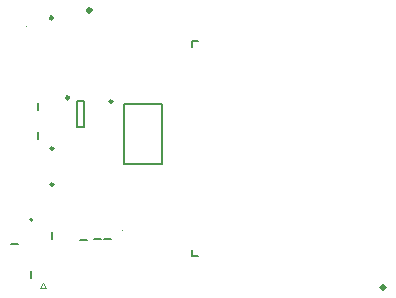
<source format=gto>
G04 Layer_Color=65535*
%FSLAX24Y24*%
%MOIN*%
G70*
G01*
G75*
%ADD54C,0.0098*%
%ADD55C,0.0039*%
%ADD56C,0.0118*%
%ADD57C,0.0079*%
%ADD58C,0.0030*%
D54*
X3788Y4359D02*
G03*
X3788Y4359I-49J0D01*
G01*
X4326Y1701D02*
G03*
X4326Y1701I-49J0D01*
G01*
X3800Y10D02*
G03*
X3800Y10I-39J0D01*
G01*
X5776Y1582D02*
G03*
X5776Y1582I-49J0D01*
G01*
X3800Y-1190D02*
G03*
X3800Y-1190I-39J0D01*
G01*
D55*
X6112Y-2722D02*
G03*
X6112Y-2722I-20J0D01*
G01*
X2915Y4067D02*
G03*
X2915Y4067I-20J0D01*
G01*
D56*
X14859Y-4620D02*
G03*
X14859Y-4620I-59J0D01*
G01*
X5059Y4620D02*
G03*
X5059Y4620I-59J0D01*
G01*
D57*
X3108Y-2362D02*
G03*
X3108Y-2362I-39J0D01*
G01*
X4818Y717D02*
Y1583D01*
X4582Y717D02*
Y1583D01*
Y717D02*
X4818D01*
X4582Y1583D02*
X4818D01*
X3283Y326D02*
Y562D01*
X6170Y-507D02*
X7430D01*
X6170Y1501D02*
X7430D01*
Y-507D02*
Y1501D01*
X6170Y-507D02*
Y1501D01*
X8414Y3583D02*
X8635D01*
X8414Y-3583D02*
X8635D01*
X8413Y3386D02*
Y3583D01*
Y-3583D02*
Y-3386D01*
X5152Y-3017D02*
X5388D01*
X4692Y-3027D02*
X4928D01*
X5482Y-3017D02*
X5718D01*
X3747Y-2998D02*
Y-2762D01*
X2382Y-3181D02*
X2618D01*
X3073Y-4302D02*
Y-4066D01*
X3283Y1282D02*
Y1518D01*
D58*
X3450Y-4480D02*
X3550Y-4630D01*
X3350D02*
X3550D01*
X3350D02*
X3450Y-4480D01*
M02*

</source>
